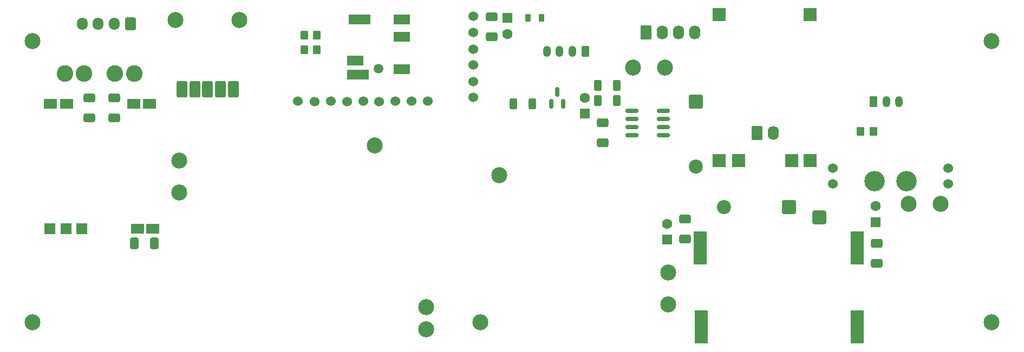
<source format=gbr>
%TF.GenerationSoftware,KiCad,Pcbnew,9.0.5*%
%TF.CreationDate,2025-10-20T18:48:48+02:00*%
%TF.ProjectId,yoradio-2,796f7261-6469-46f2-9d32-2e6b69636164,rev?*%
%TF.SameCoordinates,Original*%
%TF.FileFunction,Soldermask,Bot*%
%TF.FilePolarity,Negative*%
%FSLAX46Y46*%
G04 Gerber Fmt 4.6, Leading zero omitted, Abs format (unit mm)*
G04 Created by KiCad (PCBNEW 9.0.5) date 2025-10-20 18:48:48*
%MOMM*%
%LPD*%
G01*
G04 APERTURE LIST*
G04 Aperture macros list*
%AMRoundRect*
0 Rectangle with rounded corners*
0 $1 Rounding radius*
0 $2 $3 $4 $5 $6 $7 $8 $9 X,Y pos of 4 corners*
0 Add a 4 corners polygon primitive as box body*
4,1,4,$2,$3,$4,$5,$6,$7,$8,$9,$2,$3,0*
0 Add four circle primitives for the rounded corners*
1,1,$1+$1,$2,$3*
1,1,$1+$1,$4,$5*
1,1,$1+$1,$6,$7*
1,1,$1+$1,$8,$9*
0 Add four rect primitives between the rounded corners*
20,1,$1+$1,$2,$3,$4,$5,0*
20,1,$1+$1,$4,$5,$6,$7,0*
20,1,$1+$1,$6,$7,$8,$9,0*
20,1,$1+$1,$8,$9,$2,$3,0*%
G04 Aperture macros list end*
%ADD10R,2.000000X2.000000*%
%ADD11C,2.500000*%
%ADD12R,1.800000X1.800000*%
%ADD13R,2.000000X1.524000*%
%ADD14C,1.524000*%
%ADD15C,3.200000*%
%ADD16R,1.600000X1.600000*%
%ADD17C,1.600000*%
%ADD18RoundRect,0.249999X0.850001X0.850001X-0.850001X0.850001X-0.850001X-0.850001X0.850001X-0.850001X0*%
%ADD19C,2.200000*%
%ADD20RoundRect,0.250000X-0.825000X-0.825000X0.825000X-0.825000X0.825000X0.825000X-0.825000X0.825000X0*%
%ADD21R,2.100000X3.000000*%
%ADD22RoundRect,0.283333X-0.566667X-1.016667X0.566667X-1.016667X0.566667X1.016667X-0.566667X1.016667X0*%
%ADD23RoundRect,0.249999X-0.850001X0.850001X-0.850001X-0.850001X0.850001X-0.850001X0.850001X0.850001X0*%
%ADD24RoundRect,0.250000X0.550000X-0.550000X0.550000X0.550000X-0.550000X0.550000X-0.550000X-0.550000X0*%
%ADD25RoundRect,0.250000X0.412500X0.650000X-0.412500X0.650000X-0.412500X-0.650000X0.412500X-0.650000X0*%
%ADD26C,2.600000*%
%ADD27RoundRect,0.150000X0.150000X-0.587500X0.150000X0.587500X-0.150000X0.587500X-0.150000X-0.587500X0*%
%ADD28RoundRect,0.250000X0.650000X-0.412500X0.650000X0.412500X-0.650000X0.412500X-0.650000X-0.412500X0*%
%ADD29RoundRect,0.250000X-0.650000X0.412500X-0.650000X-0.412500X0.650000X-0.412500X0.650000X0.412500X0*%
%ADD30RoundRect,0.250000X0.350000X0.625000X-0.350000X0.625000X-0.350000X-0.625000X0.350000X-0.625000X0*%
%ADD31O,1.200000X1.750000*%
%ADD32RoundRect,0.250000X0.312500X0.625000X-0.312500X0.625000X-0.312500X-0.625000X0.312500X-0.625000X0*%
%ADD33RoundRect,0.250000X-0.620000X-0.845000X0.620000X-0.845000X0.620000X0.845000X-0.620000X0.845000X0*%
%ADD34O,1.740000X2.190000*%
%ADD35RoundRect,0.250000X-0.350000X-0.450000X0.350000X-0.450000X0.350000X0.450000X-0.350000X0.450000X0*%
%ADD36RoundRect,0.250000X0.600000X0.725000X-0.600000X0.725000X-0.600000X-0.725000X0.600000X-0.725000X0*%
%ADD37O,1.700000X1.950000*%
%ADD38RoundRect,0.218750X-0.218750X-0.381250X0.218750X-0.381250X0.218750X0.381250X-0.218750X0.381250X0*%
%ADD39RoundRect,0.250000X-0.312500X-0.625000X0.312500X-0.625000X0.312500X0.625000X-0.312500X0.625000X0*%
%ADD40RoundRect,0.250000X-0.350000X-0.625000X0.350000X-0.625000X0.350000X0.625000X-0.350000X0.625000X0*%
%ADD41RoundRect,0.150000X-0.825000X-0.150000X0.825000X-0.150000X0.825000X0.150000X-0.825000X0.150000X0*%
%ADD42C,1.500000*%
%ADD43R,3.400000X1.500000*%
%ADD44R,2.500000X1.500000*%
G04 APERTURE END LIST*
D10*
%TO.C,M4*%
X187412500Y-77850000D03*
X201612500Y-77850000D03*
X187412500Y-100650000D03*
X190412500Y-100650000D03*
X198712500Y-100650000D03*
X201612500Y-100650000D03*
%TD*%
D11*
%TO.C,M6*%
X141542500Y-123620000D03*
X141542500Y-127070000D03*
%TD*%
D12*
%TO.C,M1*%
X82742500Y-111320000D03*
X85242500Y-111320000D03*
X87742500Y-111320000D03*
D13*
X98842500Y-111320000D03*
X96442500Y-111320000D03*
X82842500Y-91820000D03*
X85342500Y-91820000D03*
X95842500Y-91820000D03*
X98342500Y-91820000D03*
%TD*%
D11*
%TO.C,H4*%
X133491380Y-98286205D03*
%TD*%
%TO.C,C14*%
X178942500Y-86120000D03*
X173942500Y-86120000D03*
%TD*%
%TO.C,H1*%
X80000000Y-126000000D03*
%TD*%
%TO.C,C2*%
X102937500Y-105720000D03*
X102937500Y-100720000D03*
%TD*%
%TO.C,H7*%
X150000000Y-126000000D03*
%TD*%
D14*
%TO.C,M5*%
X205182500Y-101870000D03*
X205182500Y-104370000D03*
D15*
X211682500Y-103870000D03*
X216682500Y-103870000D03*
D14*
X223182500Y-101870000D03*
X223182500Y-104370000D03*
%TD*%
D11*
%TO.C,H6*%
X153000000Y-103000000D03*
%TD*%
D16*
%TO.C,C3*%
X154292500Y-78364888D03*
D17*
X154292500Y-80864888D03*
%TD*%
D11*
%TO.C,C6*%
X216992500Y-107470000D03*
X221992500Y-107470000D03*
%TD*%
D18*
%TO.C,D1*%
X198270000Y-107940000D03*
D19*
X188110000Y-107940000D03*
%TD*%
D11*
%TO.C,H2*%
X80000000Y-82000000D03*
%TD*%
%TO.C,H5*%
X230000000Y-82000000D03*
%TD*%
D20*
%TO.C,J7*%
X203070000Y-109550000D03*
%TD*%
D16*
%TO.C,C7*%
X179270000Y-113085113D03*
D17*
X179270000Y-110585113D03*
%TD*%
D21*
%TO.C,M3*%
X208977500Y-115550000D03*
X208977500Y-113250000D03*
X208977500Y-127850000D03*
X208977500Y-125550000D03*
X184377500Y-115550000D03*
X184377500Y-113250000D03*
X184577500Y-127850000D03*
X184577500Y-125550000D03*
%TD*%
D16*
%TO.C,C8*%
X166400000Y-93355113D03*
D17*
X166400000Y-90855113D03*
%TD*%
D11*
%TO.C,C9*%
X179457500Y-118210000D03*
X179457500Y-123210000D03*
%TD*%
D14*
%TO.C,M2*%
X141842500Y-91420000D03*
X139292500Y-91420000D03*
X136742500Y-91420000D03*
X134242500Y-91440000D03*
X131742500Y-91380000D03*
X129192500Y-91430000D03*
X126642500Y-91420000D03*
X124092500Y-91440000D03*
X121542500Y-91420000D03*
X148942500Y-90820000D03*
X148942500Y-88320000D03*
X148942500Y-85720000D03*
X148942500Y-83220000D03*
X148942500Y-80620000D03*
X148942500Y-78120000D03*
%TD*%
D11*
%TO.C,H3*%
X230000000Y-126000000D03*
%TD*%
D22*
%TO.C,RV1*%
X103392500Y-89550000D03*
X105392500Y-89550000D03*
X107392500Y-89550000D03*
X109392500Y-89550000D03*
X111392500Y-89550000D03*
D11*
X102392500Y-78650000D03*
X112332500Y-78690000D03*
%TD*%
D23*
%TO.C,D2*%
X183732500Y-91500000D03*
D19*
X183732500Y-101660000D03*
%TD*%
D24*
%TO.C,C13*%
X211880000Y-110315113D03*
D17*
X211880000Y-107815113D03*
%TD*%
D25*
%TO.C,C1*%
X99055000Y-113670000D03*
X95930000Y-113670000D03*
%TD*%
D26*
%TO.C,L1*%
X85100000Y-87100000D03*
X88100000Y-87100000D03*
%TD*%
D27*
%TO.C,Q2*%
X161100000Y-91800000D03*
X163000000Y-91800000D03*
X162050000Y-89925000D03*
%TD*%
D28*
%TO.C,C11*%
X88940000Y-94002500D03*
X88940000Y-90877500D03*
%TD*%
D29*
%TO.C,C12*%
X92800000Y-90875000D03*
X92800000Y-94000000D03*
%TD*%
D30*
%TO.C,J2*%
X166430000Y-83630000D03*
D31*
X164430000Y-83630000D03*
X162430000Y-83630000D03*
X160430000Y-83630000D03*
%TD*%
D32*
%TO.C,R6*%
X158162500Y-91800000D03*
X155237500Y-91800000D03*
%TD*%
D33*
%TO.C,J6*%
X175910000Y-80630000D03*
D34*
X178450000Y-80630000D03*
X180990000Y-80630000D03*
X183530000Y-80630000D03*
%TD*%
D35*
%TO.C,R5*%
X209500000Y-96100000D03*
X211500000Y-96100000D03*
%TD*%
D36*
%TO.C,J1*%
X95300000Y-79300000D03*
D37*
X92800000Y-79300000D03*
X90300000Y-79300000D03*
X87800000Y-79300000D03*
%TD*%
D29*
%TO.C,C4*%
X151842500Y-78157500D03*
X151842500Y-81282500D03*
%TD*%
D35*
%TO.C,R1*%
X122492500Y-83370000D03*
X124492500Y-83370000D03*
%TD*%
D38*
%TO.C,FB1*%
X157467500Y-78340000D03*
X159592500Y-78340000D03*
%TD*%
D35*
%TO.C,R2*%
X122492500Y-81070000D03*
X124492500Y-81070000D03*
%TD*%
D39*
%TO.C,R4*%
X168437500Y-91300000D03*
X171362500Y-91300000D03*
%TD*%
%TO.C,R3*%
X168437500Y-88900000D03*
X171362500Y-88900000D03*
%TD*%
D29*
%TO.C,C15*%
X169200000Y-94737500D03*
X169200000Y-97862500D03*
%TD*%
D26*
%TO.C,L2*%
X95900000Y-87100000D03*
X92900000Y-87100000D03*
%TD*%
D40*
%TO.C,J5*%
X211500000Y-91450000D03*
D31*
X213500000Y-91450000D03*
X215500000Y-91450000D03*
%TD*%
D29*
%TO.C,C5*%
X212020000Y-113637500D03*
X212020000Y-116762500D03*
%TD*%
D33*
%TO.C,J4*%
X193332500Y-96340000D03*
D34*
X195872500Y-96340000D03*
%TD*%
D41*
%TO.C,Q1*%
X173717500Y-96675000D03*
X173717500Y-95405000D03*
X173717500Y-94135000D03*
X173717500Y-92865000D03*
X178667500Y-92865000D03*
X178667500Y-94135000D03*
X178667500Y-95405000D03*
X178667500Y-96675000D03*
%TD*%
D42*
%TO.C,J3*%
X134142500Y-86270000D03*
D43*
X131142500Y-78570000D03*
D44*
X137792500Y-78570000D03*
X137792500Y-81270000D03*
X137792500Y-86370000D03*
X130492500Y-85070000D03*
D43*
X130942500Y-87270000D03*
%TD*%
D28*
%TO.C,C10*%
X182000000Y-112952500D03*
X182000000Y-109827500D03*
%TD*%
M02*

</source>
